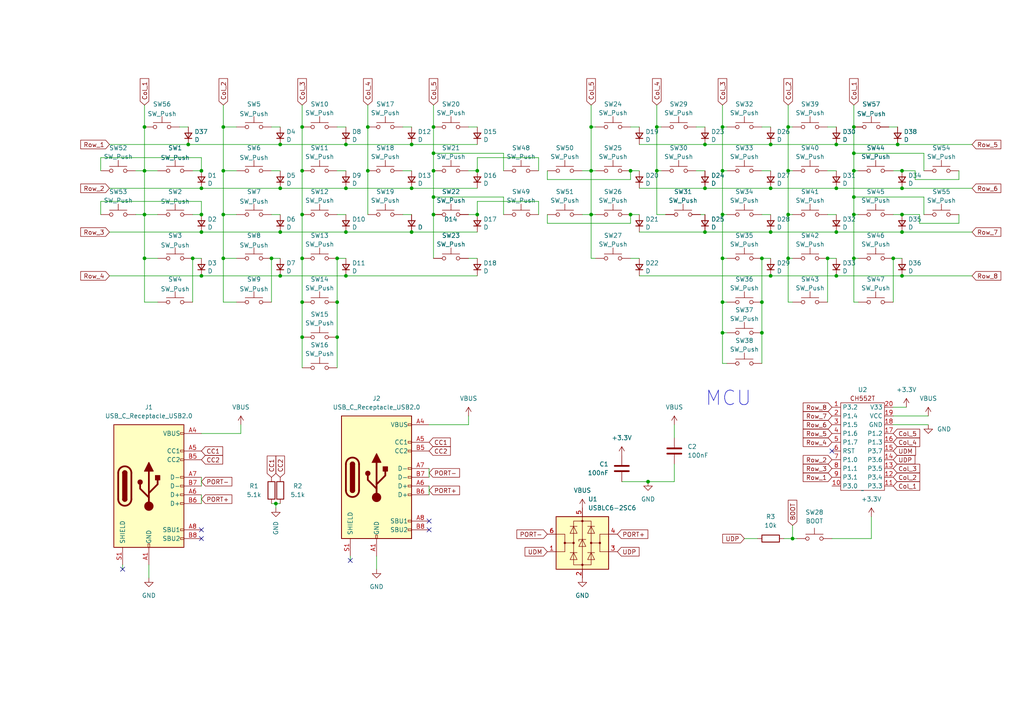
<source format=kicad_sch>
(kicad_sch (version 20230121) (generator eeschema)
  (paper "A4")
  (junction (at 229.87 156.21))
  (junction (at 41.91 36.83))
  (junction (at 228.6 74.93))
  (junction (at 81.28 67.31))
  (junction (at 87.63 62.23))
  (junction (at 54.61 41.91))
  (junction (at 259.08 74.93))
  (junction (at 261.62 62.23))
  (junction (at 190.5 49.53))
  (junction (at 119.38 41.91))
  (junction (at 171.45 36.83))
  (junction (at 247.65 49.53))
  (junction (at 138.43 62.23))
  (junction (at 106.68 49.53))
  (junction (at 41.91 62.23))
  (junction (at 97.79 87.63))
  (junction (at 81.28 54.61))
  (junction (at 125.73 36.83))
  (junction (at 204.47 67.31))
  (junction (at 81.28 80.01))
  (junction (at 204.47 54.61))
  (junction (at 204.47 41.91))
  (junction (at 223.52 41.91))
  (junction (at 100.33 67.31))
  (junction (at 64.77 36.83))
  (junction (at 247.65 62.23))
  (junction (at 220.98 74.93))
  (junction (at 242.57 54.61))
  (junction (at 209.55 36.83))
  (junction (at 261.62 49.53))
  (junction (at 228.6 62.23))
  (junction (at 223.52 67.31))
  (junction (at 187.96 139.7))
  (junction (at 138.43 49.53))
  (junction (at 242.57 67.31))
  (junction (at 87.63 87.63))
  (junction (at 78.74 74.93))
  (junction (at 223.52 54.61))
  (junction (at 228.6 49.53))
  (junction (at 261.62 67.31))
  (junction (at 209.55 87.63))
  (junction (at 247.65 44.45))
  (junction (at 119.38 67.31))
  (junction (at 209.55 49.53))
  (junction (at 171.45 49.53))
  (junction (at 87.63 36.83))
  (junction (at 87.63 49.53))
  (junction (at 125.73 57.15))
  (junction (at 106.68 36.83))
  (junction (at 100.33 41.91))
  (junction (at 55.88 74.93))
  (junction (at 87.63 97.79))
  (junction (at 58.42 54.61))
  (junction (at 209.55 74.93))
  (junction (at 220.98 87.63))
  (junction (at 81.28 41.91))
  (junction (at 190.5 36.83))
  (junction (at 125.73 49.53))
  (junction (at 247.65 36.83))
  (junction (at 97.79 74.93))
  (junction (at 247.65 57.15))
  (junction (at 119.38 54.61))
  (junction (at 64.77 62.23))
  (junction (at 240.03 74.93))
  (junction (at 261.62 54.61))
  (junction (at 182.88 62.23))
  (junction (at 209.55 96.52))
  (junction (at 100.33 80.01))
  (junction (at 64.77 74.93))
  (junction (at 41.91 49.53))
  (junction (at 41.91 74.93))
  (junction (at 125.73 62.23))
  (junction (at 58.42 67.31))
  (junction (at 64.77 49.53))
  (junction (at 228.6 36.83))
  (junction (at 260.35 41.91))
  (junction (at 58.42 62.23))
  (junction (at 87.63 74.93))
  (junction (at 209.55 62.23))
  (junction (at 125.73 44.45))
  (junction (at 100.33 54.61))
  (junction (at 261.62 80.01))
  (junction (at 220.98 96.52))
  (junction (at 247.65 74.93))
  (junction (at 171.45 62.23))
  (junction (at 80.01 146.05))
  (junction (at 58.42 49.53))
  (junction (at 182.88 49.53))
  (junction (at 58.42 80.01))
  (junction (at 97.79 97.79))
  (junction (at 242.57 41.91))
  (junction (at 223.52 80.01))
  (junction (at 242.57 80.01))
  (no_connect (at 58.42 153.67))
  (no_connect (at 241.3 130.81))
  (no_connect (at 124.46 153.67))
  (no_connect (at 58.42 156.21))
  (no_connect (at 35.56 165.1))
  (no_connect (at 101.6 162.56))
  (no_connect (at 124.46 151.13))
  (wire (pts (xy 220.98 74.93) (xy 220.98 87.63)))
  (wire (pts (xy 64.77 62.23) (xy 68.58 62.23)))
  (wire (pts (xy 158.75 52.07) (xy 182.88 52.07)))
  (wire (pts (xy 81.28 80.01) (xy 100.33 80.01)))
  (wire (pts (xy 58.42 143.51) (xy 58.42 146.05)))
  (wire (pts (xy 78.74 74.93) (xy 78.74 87.63)))
  (wire (pts (xy 247.65 44.45) (xy 267.97 44.45)))
  (wire (pts (xy 58.42 54.61) (xy 81.28 54.61)))
  (wire (pts (xy 64.77 87.63) (xy 68.58 87.63)))
  (wire (pts (xy 247.65 49.53) (xy 247.65 57.15)))
  (wire (pts (xy 41.91 74.93) (xy 41.91 87.63)))
  (wire (pts (xy 87.63 74.93) (xy 87.63 87.63)))
  (wire (pts (xy 209.55 36.83) (xy 209.55 49.53)))
  (wire (pts (xy 182.88 74.93) (xy 185.42 74.93)))
  (wire (pts (xy 55.88 74.93) (xy 58.42 74.93)))
  (wire (pts (xy 185.42 80.01) (xy 223.52 80.01)))
  (wire (pts (xy 64.77 74.93) (xy 64.77 87.63)))
  (wire (pts (xy 265.43 52.07) (xy 265.43 49.53)))
  (wire (pts (xy 97.79 74.93) (xy 97.79 87.63)))
  (wire (pts (xy 100.33 67.31) (xy 119.38 67.31)))
  (wire (pts (xy 125.73 49.53) (xy 125.73 57.15)))
  (wire (pts (xy 106.68 49.53) (xy 106.68 62.23)))
  (wire (pts (xy 261.62 54.61) (xy 281.94 54.61)))
  (wire (pts (xy 257.81 36.83) (xy 260.35 36.83)))
  (wire (pts (xy 97.79 97.79) (xy 97.79 106.68)))
  (wire (pts (xy 55.88 62.23) (xy 58.42 62.23)))
  (wire (pts (xy 259.08 49.53) (xy 261.62 49.53)))
  (wire (pts (xy 58.42 67.31) (xy 81.28 67.31)))
  (wire (pts (xy 100.33 54.61) (xy 119.38 54.61)))
  (wire (pts (xy 278.13 64.77) (xy 266.7 64.77)))
  (wire (pts (xy 87.63 30.48) (xy 87.63 36.83)))
  (wire (pts (xy 242.57 41.91) (xy 260.35 41.91)))
  (wire (pts (xy 156.21 45.72) (xy 138.43 45.72)))
  (wire (pts (xy 190.5 49.53) (xy 190.5 62.23)))
  (wire (pts (xy 156.21 62.23) (xy 156.21 58.42)))
  (wire (pts (xy 58.42 45.72) (xy 58.42 49.53)))
  (wire (pts (xy 41.91 62.23) (xy 45.72 62.23)))
  (wire (pts (xy 209.55 49.53) (xy 210.82 49.53)))
  (wire (pts (xy 119.38 67.31) (xy 138.43 67.31)))
  (wire (pts (xy 81.28 41.91) (xy 100.33 41.91)))
  (wire (pts (xy 39.37 62.23) (xy 41.91 62.23)))
  (wire (pts (xy 58.42 58.42) (xy 58.42 62.23)))
  (wire (pts (xy 80.01 146.05) (xy 81.28 146.05)))
  (wire (pts (xy 81.28 67.31) (xy 100.33 67.31)))
  (wire (pts (xy 124.46 135.89) (xy 124.46 138.43)))
  (wire (pts (xy 259.08 118.11) (xy 262.89 118.11)))
  (wire (pts (xy 247.65 44.45) (xy 247.65 49.53)))
  (wire (pts (xy 203.2 62.23) (xy 204.47 62.23)))
  (wire (pts (xy 190.5 36.83) (xy 191.77 36.83)))
  (wire (pts (xy 265.43 49.53) (xy 261.62 49.53)))
  (wire (pts (xy 228.6 62.23) (xy 228.6 74.93)))
  (wire (pts (xy 182.88 62.23) (xy 182.88 64.77)))
  (wire (pts (xy 228.6 36.83) (xy 229.87 36.83)))
  (wire (pts (xy 106.68 36.83) (xy 106.68 49.53)))
  (wire (pts (xy 138.43 58.42) (xy 138.43 62.23)))
  (wire (pts (xy 54.61 41.91) (xy 81.28 41.91)))
  (wire (pts (xy 220.98 49.53) (xy 223.52 49.53)))
  (wire (pts (xy 190.5 62.23) (xy 193.04 62.23)))
  (wire (pts (xy 168.91 49.53) (xy 171.45 49.53)))
  (wire (pts (xy 240.03 62.23) (xy 242.57 62.23)))
  (wire (pts (xy 269.24 123.19) (xy 259.08 123.19)))
  (wire (pts (xy 247.65 74.93) (xy 248.92 74.93)))
  (wire (pts (xy 55.88 49.53) (xy 58.42 49.53)))
  (wire (pts (xy 64.77 49.53) (xy 68.58 49.53)))
  (wire (pts (xy 229.87 152.4) (xy 229.87 156.21)))
  (wire (pts (xy 158.75 62.23) (xy 158.75 64.77)))
  (wire (pts (xy 240.03 36.83) (xy 242.57 36.83)))
  (wire (pts (xy 261.62 62.23) (xy 266.7 62.23)))
  (wire (pts (xy 220.98 87.63) (xy 220.98 96.52)))
  (wire (pts (xy 41.91 49.53) (xy 41.91 62.23)))
  (wire (pts (xy 227.33 156.21) (xy 229.87 156.21)))
  (wire (pts (xy 209.55 62.23) (xy 209.55 74.93)))
  (wire (pts (xy 168.91 62.23) (xy 171.45 62.23)))
  (wire (pts (xy 228.6 87.63) (xy 228.6 74.93)))
  (wire (pts (xy 41.91 49.53) (xy 45.72 49.53)))
  (wire (pts (xy 78.74 62.23) (xy 81.28 62.23)))
  (wire (pts (xy 31.75 41.91) (xy 54.61 41.91)))
  (wire (pts (xy 220.98 62.23) (xy 223.52 62.23)))
  (wire (pts (xy 41.91 87.63) (xy 45.72 87.63)))
  (wire (pts (xy 97.79 49.53) (xy 100.33 49.53)))
  (wire (pts (xy 156.21 58.42) (xy 138.43 58.42)))
  (wire (pts (xy 209.55 87.63) (xy 209.55 96.52)))
  (wire (pts (xy 190.5 30.48) (xy 190.5 36.83)))
  (wire (pts (xy 125.73 36.83) (xy 125.73 44.45)))
  (wire (pts (xy 171.45 49.53) (xy 172.72 49.53)))
  (wire (pts (xy 195.58 139.7) (xy 195.58 134.62)))
  (wire (pts (xy 209.55 96.52) (xy 209.55 105.41)))
  (wire (pts (xy 78.74 49.53) (xy 81.28 49.53)))
  (wire (pts (xy 252.73 149.86) (xy 252.73 156.21)))
  (wire (pts (xy 58.42 80.01) (xy 81.28 80.01)))
  (wire (pts (xy 41.91 74.93) (xy 45.72 74.93)))
  (wire (pts (xy 171.45 49.53) (xy 171.45 62.23)))
  (wire (pts (xy 209.55 105.41) (xy 210.82 105.41)))
  (wire (pts (xy 29.21 49.53) (xy 29.21 45.72)))
  (wire (pts (xy 185.42 41.91) (xy 204.47 41.91)))
  (wire (pts (xy 124.46 140.97) (xy 124.46 143.51)))
  (wire (pts (xy 187.96 139.7) (xy 195.58 139.7)))
  (wire (pts (xy 78.74 74.93) (xy 81.28 74.93)))
  (wire (pts (xy 260.35 41.91) (xy 281.94 41.91)))
  (wire (pts (xy 182.88 52.07) (xy 182.88 49.53)))
  (wire (pts (xy 29.21 45.72) (xy 58.42 45.72)))
  (wire (pts (xy 209.55 36.83) (xy 210.82 36.83)))
  (wire (pts (xy 125.73 57.15) (xy 125.73 62.23)))
  (wire (pts (xy 87.63 97.79) (xy 87.63 106.68)))
  (wire (pts (xy 278.13 52.07) (xy 265.43 52.07)))
  (wire (pts (xy 78.74 36.83) (xy 81.28 36.83)))
  (wire (pts (xy 259.08 120.65) (xy 269.24 120.65)))
  (wire (pts (xy 87.63 36.83) (xy 87.63 49.53)))
  (wire (pts (xy 119.38 41.91) (xy 138.43 41.91)))
  (wire (pts (xy 209.55 87.63) (xy 210.82 87.63)))
  (wire (pts (xy 220.98 74.93) (xy 223.52 74.93)))
  (wire (pts (xy 124.46 123.19) (xy 135.89 123.19)))
  (wire (pts (xy 204.47 54.61) (xy 223.52 54.61)))
  (wire (pts (xy 43.18 163.83) (xy 43.18 167.64)))
  (wire (pts (xy 31.75 80.01) (xy 58.42 80.01)))
  (wire (pts (xy 64.77 49.53) (xy 64.77 62.23)))
  (wire (pts (xy 135.89 123.19) (xy 135.89 120.65)))
  (wire (pts (xy 228.6 62.23) (xy 229.87 62.23)))
  (wire (pts (xy 240.03 74.93) (xy 242.57 74.93)))
  (wire (pts (xy 247.65 62.23) (xy 248.92 62.23)))
  (wire (pts (xy 223.52 80.01) (xy 242.57 80.01)))
  (wire (pts (xy 41.91 36.83) (xy 41.91 49.53)))
  (wire (pts (xy 228.6 30.48) (xy 228.6 36.83)))
  (wire (pts (xy 125.73 44.45) (xy 146.05 44.45)))
  (wire (pts (xy 228.6 36.83) (xy 228.6 49.53)))
  (wire (pts (xy 87.63 87.63) (xy 87.63 97.79)))
  (wire (pts (xy 146.05 57.15) (xy 146.05 62.23)))
  (wire (pts (xy 125.73 62.23) (xy 125.73 74.93)))
  (wire (pts (xy 259.08 62.23) (xy 261.62 62.23)))
  (wire (pts (xy 209.55 62.23) (xy 210.82 62.23)))
  (wire (pts (xy 69.85 125.73) (xy 69.85 123.19)))
  (wire (pts (xy 55.88 74.93) (xy 55.88 87.63)))
  (wire (pts (xy 209.55 74.93) (xy 210.82 74.93)))
  (wire (pts (xy 247.65 87.63) (xy 247.65 74.93)))
  (wire (pts (xy 119.38 54.61) (xy 138.43 54.61)))
  (wire (pts (xy 259.08 74.93) (xy 259.08 87.63)))
  (wire (pts (xy 278.13 62.23) (xy 278.13 64.77)))
  (wire (pts (xy 180.34 139.7) (xy 187.96 139.7)))
  (wire (pts (xy 242.57 54.61) (xy 261.62 54.61)))
  (wire (pts (xy 240.03 49.53) (xy 242.57 49.53)))
  (wire (pts (xy 116.84 62.23) (xy 119.38 62.23)))
  (wire (pts (xy 125.73 57.15) (xy 146.05 57.15)))
  (wire (pts (xy 106.68 30.48) (xy 106.68 36.83)))
  (wire (pts (xy 171.45 36.83) (xy 171.45 49.53)))
  (wire (pts (xy 29.21 58.42) (xy 58.42 58.42)))
  (wire (pts (xy 247.65 49.53) (xy 248.92 49.53)))
  (wire (pts (xy 204.47 41.91) (xy 223.52 41.91)))
  (wire (pts (xy 35.56 163.83) (xy 35.56 165.1)))
  (wire (pts (xy 171.45 62.23) (xy 171.45 74.93)))
  (wire (pts (xy 201.93 36.83) (xy 204.47 36.83)))
  (wire (pts (xy 125.73 30.48) (xy 125.73 36.83)))
  (wire (pts (xy 209.55 49.53) (xy 209.55 62.23)))
  (wire (pts (xy 259.08 74.93) (xy 261.62 74.93)))
  (wire (pts (xy 97.79 87.63) (xy 97.79 97.79)))
  (wire (pts (xy 87.63 49.53) (xy 87.63 62.23)))
  (wire (pts (xy 223.52 41.91) (xy 242.57 41.91)))
  (wire (pts (xy 267.97 44.45) (xy 267.97 49.53)))
  (wire (pts (xy 182.88 49.53) (xy 185.42 49.53)))
  (wire (pts (xy 261.62 80.01) (xy 281.94 80.01)))
  (wire (pts (xy 195.58 123.19) (xy 195.58 127)))
  (wire (pts (xy 185.42 54.61) (xy 204.47 54.61)))
  (wire (pts (xy 64.77 36.83) (xy 68.58 36.83)))
  (wire (pts (xy 242.57 80.01) (xy 261.62 80.01)))
  (wire (pts (xy 156.21 49.53) (xy 156.21 45.72)))
  (wire (pts (xy 223.52 67.31) (xy 242.57 67.31)))
  (wire (pts (xy 248.92 87.63) (xy 247.65 87.63)))
  (wire (pts (xy 125.73 44.45) (xy 125.73 49.53)))
  (wire (pts (xy 267.97 57.15) (xy 267.97 62.23)))
  (wire (pts (xy 241.3 156.21) (xy 252.73 156.21)))
  (wire (pts (xy 209.55 30.48) (xy 209.55 36.83)))
  (wire (pts (xy 41.91 30.48) (xy 41.91 36.83)))
  (wire (pts (xy 116.84 49.53) (xy 119.38 49.53)))
  (wire (pts (xy 247.65 57.15) (xy 267.97 57.15)))
  (wire (pts (xy 135.89 74.93) (xy 138.43 74.93)))
  (wire (pts (xy 171.45 74.93) (xy 172.72 74.93)))
  (wire (pts (xy 64.77 30.48) (xy 64.77 36.83)))
  (wire (pts (xy 228.6 49.53) (xy 229.87 49.53)))
  (wire (pts (xy 109.22 161.29) (xy 109.22 165.1)))
  (wire (pts (xy 228.6 49.53) (xy 228.6 62.23)))
  (wire (pts (xy 229.87 87.63) (xy 228.6 87.63)))
  (wire (pts (xy 261.62 67.31) (xy 281.94 67.31)))
  (wire (pts (xy 171.45 36.83) (xy 172.72 36.83)))
  (wire (pts (xy 190.5 36.83) (xy 190.5 49.53)))
  (wire (pts (xy 135.89 62.23) (xy 138.43 62.23)))
  (wire (pts (xy 220.98 96.52) (xy 220.98 105.41)))
  (wire (pts (xy 138.43 45.72) (xy 138.43 49.53)))
  (wire (pts (xy 29.21 62.23) (xy 29.21 58.42)))
  (wire (pts (xy 247.65 36.83) (xy 247.65 44.45)))
  (wire (pts (xy 204.47 67.31) (xy 223.52 67.31)))
  (wire (pts (xy 158.75 49.53) (xy 158.75 52.07)))
  (wire (pts (xy 101.6 161.29) (xy 101.6 162.56)))
  (wire (pts (xy 182.88 62.23) (xy 185.42 62.23)))
  (wire (pts (xy 81.28 54.61) (xy 100.33 54.61)))
  (wire (pts (xy 185.42 67.31) (xy 204.47 67.31)))
  (wire (pts (xy 240.03 74.93) (xy 240.03 87.63)))
  (wire (pts (xy 220.98 36.83) (xy 223.52 36.83)))
  (wire (pts (xy 209.55 74.93) (xy 209.55 87.63)))
  (wire (pts (xy 58.42 138.43) (xy 58.42 140.97)))
  (wire (pts (xy 31.75 67.31) (xy 58.42 67.31)))
  (wire (pts (xy 247.65 62.23) (xy 247.65 74.93)))
  (wire (pts (xy 215.9 156.21) (xy 219.71 156.21)))
  (wire (pts (xy 31.75 54.61) (xy 58.42 54.61)))
  (wire (pts (xy 146.05 44.45) (xy 146.05 49.53)))
  (wire (pts (xy 87.63 62.23) (xy 87.63 74.93)))
  (wire (pts (xy 171.45 30.48) (xy 171.45 36.83)))
  (wire (pts (xy 201.93 49.53) (xy 204.47 49.53)))
  (wire (pts (xy 64.77 36.83) (xy 64.77 49.53)))
  (wire (pts (xy 78.74 146.05) (xy 80.01 146.05)))
  (wire (pts (xy 209.55 96.52) (xy 210.82 96.52)))
  (wire (pts (xy 41.91 62.23) (xy 41.91 74.93)))
  (wire (pts (xy 58.42 125.73) (xy 69.85 125.73)))
  (wire (pts (xy 80.01 146.05) (xy 80.01 147.32)))
  (wire (pts (xy 171.45 62.23) (xy 172.72 62.23)))
  (wire (pts (xy 278.13 49.53) (xy 278.13 52.07)))
  (wire (pts (xy 100.33 41.91) (xy 119.38 41.91)))
  (wire (pts (xy 223.52 54.61) (xy 242.57 54.61)))
  (wire (pts (xy 242.57 67.31) (xy 261.62 67.31)))
  (wire (pts (xy 97.79 36.83) (xy 100.33 36.83)))
  (wire (pts (xy 135.89 49.53) (xy 138.43 49.53)))
  (wire (pts (xy 158.75 64.77) (xy 182.88 64.77)))
  (wire (pts (xy 247.65 57.15) (xy 247.65 62.23)))
  (wire (pts (xy 266.7 64.77) (xy 266.7 62.23)))
  (wire (pts (xy 39.37 49.53) (xy 41.91 49.53)))
  (wire (pts (xy 100.33 80.01) (xy 138.43 80.01)))
  (wire (pts (xy 64.77 62.23) (xy 64.77 74.93)))
  (wire (pts (xy 116.84 36.83) (xy 119.38 36.83)))
  (wire (pts (xy 135.89 36.83) (xy 138.43 36.83)))
  (wire (pts (xy 97.79 74.93) (xy 100.33 74.93)))
  (wire (pts (xy 247.65 30.48) (xy 247.65 36.83)))
  (wire (pts (xy 190.5 49.53) (xy 191.77 49.53)))
  (wire (pts (xy 97.79 62.23) (xy 100.33 62.23)))
  (wire (pts (xy 228.6 74.93) (xy 229.87 74.93)))
  (wire (pts (xy 229.87 156.21) (xy 231.14 156.21)))
  (wire (pts (xy 52.07 36.83) (xy 54.61 36.83)))
  (wire (pts (xy 182.88 36.83) (xy 185.42 36.83)))
  (wire (pts (xy 64.77 74.93) (xy 68.58 74.93)))
  (text "MCU" (at 204.47 118.11 0) (effects (font (size 4.2 4.2)) (justify left bottom)))
  (global_label "CC1" (shape input) (at 78.74 138.43 90) (property "Intersheetrefs" "${INTERSHEET_REFS}" (effects hide)))
  (global_label "Col_1" (shape input) (at 259.08 140.97 0) (property "Intersheetrefs" "${INTERSHEET_REFS}" (effects hide)))
  (global_label "CC2" (shape input) (at 81.28 138.43 90) (property "Intersheetrefs" "${INTERSHEET_REFS}" (effects hide)))
  (global_label "Col_4" (shape input) (at 106.68 30.48 90) (property "Intersheetrefs" "${INTERSHEET_REFS}" (effects hide)))
  (global_label "Row_7" (shape input) (at 241.3 120.65 180) (property "Intersheetrefs" "${INTERSHEET_REFS}" (effects hide)))
  (global_label "Row_3" (shape input) (at 31.75 67.31 180) (property "Intersheetrefs" "${INTERSHEET_REFS}" (effects hide)))
  (global_label "Row_6" (shape input) (at 241.3 123.19 180) (property "Intersheetrefs" "${INTERSHEET_REFS}" (effects hide)))
  (global_label "PORT+" (shape input) (at 58.42 144.78 0) (property "Intersheetrefs" "${INTERSHEET_REFS}" (effects hide)))
  (global_label "PORT+" (shape input) (at 124.46 142.24 0) (property "Intersheetrefs" "${INTERSHEET_REFS}" (effects hide)))
  (global_label "UDM" (shape input) (at 259.08 130.81 0) (property "Intersheetrefs" "${INTERSHEET_REFS}" (effects hide)))
  (global_label "Row_1" (shape input) (at 31.75 41.91 180) (property "Intersheetrefs" "${INTERSHEET_REFS}" (effects hide)))
  (global_label "Col_4" (shape input) (at 190.5 30.48 90) (property "Intersheetrefs" "${INTERSHEET_REFS}" (effects hide)))
  (global_label "UDP" (shape input) (at 179.07 160.02 0) (property "Intersheetrefs" "${INTERSHEET_REFS}" (effects hide)))
  (global_label "Row_5" (shape input) (at 281.94 41.91 0) (property "Intersheetrefs" "${INTERSHEET_REFS}" (effects hide)))
  (global_label "PORT+" (shape input) (at 179.07 154.94 0) (property "Intersheetrefs" "${INTERSHEET_REFS}" (effects hide)))
  (global_label "Row_2" (shape input) (at 241.3 133.35 180) (property "Intersheetrefs" "${INTERSHEET_REFS}" (effects hide)))
  (global_label "PORT-" (shape input) (at 158.75 154.94 180) (property "Intersheetrefs" "${INTERSHEET_REFS}" (effects hide)))
  (global_label "Row_5" (shape input) (at 241.3 125.73 180) (property "Intersheetrefs" "${INTERSHEET_REFS}" (effects hide)))
  (global_label "Row_4" (shape input) (at 241.3 128.27 180) (property "Intersheetrefs" "${INTERSHEET_REFS}" (effects hide)))
  (global_label "Col_3" (shape input) (at 87.63 30.48 90) (property "Intersheetrefs" "${INTERSHEET_REFS}" (effects hide)))
  (global_label "Row_7" (shape input) (at 281.94 67.31 0) (property "Intersheetrefs" "${INTERSHEET_REFS}" (effects hide)))
  (global_label "PORT-" (shape input) (at 58.42 139.7 0) (property "Intersheetrefs" "${INTERSHEET_REFS}" (effects hide)))
  (global_label "UDM" (shape input) (at 158.75 160.02 180) (property "Intersheetrefs" "${INTERSHEET_REFS}" (effects hide)))
  (global_label "Col_3" (shape input) (at 209.55 30.48 90) (property "Intersheetrefs" "${INTERSHEET_REFS}" (effects hide)))
  (global_label "Row_1" (shape input) (at 241.3 138.43 180) (property "Intersheetrefs" "${INTERSHEET_REFS}" (effects hide)))
  (global_label "Col_1" (shape input) (at 41.91 30.48 90) (property "Intersheetrefs" "${INTERSHEET_REFS}" (effects hide)))
  (global_label "UDP" (shape input) (at 215.9 156.21 180) (property "Intersheetrefs" "${INTERSHEET_REFS}" (effects hide)))
  (global_label "Col_5" (shape input) (at 259.08 125.73 0) (property "Intersheetrefs" "${INTERSHEET_REFS}" (effects hide)))
  (global_label "CC2" (shape input) (at 124.46 130.81 0) (property "Intersheetrefs" "${INTERSHEET_REFS}" (effects hide)))
  (global_label "Col_2" (shape input) (at 259.08 138.43 0) (property "Intersheetrefs" "${INTERSHEET_REFS}" (effects hide)))
  (global_label "Col_4" (shape input) (at 259.08 128.27 0) (property "Intersheetrefs" "${INTERSHEET_REFS}" (effects hide)))
  (global_label "Col_5" (shape input) (at 125.73 30.48 90) (property "Intersheetrefs" "${INTERSHEET_REFS}" (effects hide)))
  (global_label "PORT-" (shape input) (at 124.46 137.16 0) (property "Intersheetrefs" "${INTERSHEET_REFS}" (effects hide)))
  (global_label "Col_5" (shape input) (at 171.45 30.48 90) (property "Intersheetrefs" "${INTERSHEET_REFS}" (effects hide)))
  (global_label "Col_2" (shape input) (at 228.6 30.48 90) (property "Intersheetrefs" "${INTERSHEET_REFS}" (effects hide)))
  (global_label "Col_2" (shape input) (at 64.77 30.48 90) (property "Intersheetrefs" "${INTERSHEET_REFS}" (effects hide)))
  (global_label "Row_4" (shape input) (at 31.75 80.01 180) (property "Intersheetrefs" "${INTERSHEET_REFS}" (effects hide)))
  (global_label "UDP" (shape input) (at 259.08 133.35 0) (property "Intersheetrefs" "${INTERSHEET_REFS}" (effects hide)))
  (global_label "Row_3" (shape input) (at 241.3 135.89 180) (property "Intersheetrefs" "${INTERSHEET_REFS}" (effects hide)))
  (global_label "BOOT" (shape input) (at 229.87 152.4 90) (property "Intersheetrefs" "${INTERSHEET_REFS}" (effects hide)))
  (global_label "Row_8" (shape input) (at 241.3 118.11 180) (property "Intersheetrefs" "${INTERSHEET_REFS}" (effects hide)))
  (global_label "CC1" (shape input) (at 124.46 128.27 0) (property "Intersheetrefs" "${INTERSHEET_REFS}" (effects hide)))
  (global_label "Row_6" (shape input) (at 281.94 54.61 0) (property "Intersheetrefs" "${INTERSHEET_REFS}" (effects hide)))
  (global_label "CC1" (shape input) (at 58.42 130.81 0) (property "Intersheetrefs" "${INTERSHEET_REFS}" (effects hide)))
  (global_label "Row_8" (shape input) (at 281.94 80.01 0) (property "Intersheetrefs" "${INTERSHEET_REFS}" (effects hide)))
  (global_label "CC2" (shape input) (at 58.42 133.35 0) (property "Intersheetrefs" "${INTERSHEET_REFS}" (effects hide)))
  (global_label "Row_2" (shape input) (at 31.75 54.61 180) (property "Intersheetrefs" "${INTERSHEET_REFS}" (effects hide)))
  (global_label "Col_3" (shape input) (at 259.08 135.89 0) (property "Intersheetrefs" "${INTERSHEET_REFS}" (effects hide)))
  (global_label "Col_1" (shape input) (at 247.65 30.48 90) (property "Intersheetrefs" "${INTERSHEET_REFS}" (effects hide)))
  (symbol (lib_id "Switch:SW_Push") (at 215.9 62.23 0) (unit 1)
    (property "Reference" "SW34" (at 215.9 55.6092 0))
    (property "Value" "SW_Push" (at 215.9 58.1461 0))
    (property "Footprint" "weteor:CherryMX_Hotswap_3d" (effects hide))
  )
  (symbol (lib_id "Device:D_Small") (at 204.47 52.07 90) (unit 1)
    (property "Reference" "D24" (at 206.248 50.9016 90) (effects (justify right)))
    (property "Value" "D" (at 206.248 53.213 90) (effects (justify right)))
    (property "Footprint" "weteor:D_SOD-123" (effects hide))
    (property "Sim.Device" "D" (effects hide))
    (property "Sim.Pins" "1=K 2=A" (effects hide))
  )
  (symbol (lib_id "power:+3.3V") (at 262.89 118.11 0) (unit 1)
    (property "Reference" "#PWR010" (effects hide))
    (property "Value" "+3.3V" (at 262.89 113.03 0))
  )
  (symbol (lib_id "Device:D_Small") (at 54.61 39.37 90) (unit 1)
    (property "Reference" "D37" (at 56.388 38.2016 90) (effects (justify right)))
    (property "Value" "D" (at 56.388 40.513 90) (effects (justify right)))
    (property "Footprint" "weteor:D_SOD-123" (effects hide))
    (property "Sim.Device" "D" (effects hide))
    (property "Sim.Pins" "1=K 2=A" (effects hide))
  )
  (symbol (lib_id "Switch:SW_Push") (at 50.8 74.93 0) (unit 1)
    (property "Reference" "SW3" (at 50.8 68.3092 0))
    (property "Value" "SW_Push" (at 50.8 71.12 0))
    (property "Footprint" "weteor:CherryMX_Hotswap_3d" (effects hide))
  )
  (symbol (lib_id "Switch:SW_Push") (at 234.95 87.63 0) (unit 1)
    (property "Reference" "SW43" (at 234.95 81.0092 0))
    (property "Value" "SW_Push" (at 234.95 83.5461 0))
    (property "Footprint" "weteor:CherryMX_Hotswap_3d" (effects hide))
  )
  (symbol (lib_id "power:+3.3V") (at 180.34 132.08 0) (mirror y) (unit 1)
    (property "Reference" "#PWR06" (effects hide))
    (property "Value" "+3.3V" (at 180.34 127 0))
  )
  (symbol (lib_id "Connector:USB_C_Receptacle_USB2.0") (at 109.22 138.43 0) (unit 1)
    (property "Reference" "J2" (at 109.22 115.57 0))
    (property "Value" "USB_C_Receptacle_USB2.0" (at 109.22 118.11 0))
    (property "Footprint" "weteor:USB C-31-M-12" (effects hide))
    (property "Datasheet" "https://www.usb.org/sites/default/files/documents/usb_type-c.zip" (effects hide))
  )
  (symbol (lib_id "Switch:SW_Push") (at 46.99 36.83 0) (unit 1)
    (property "Reference" "SW56" (at 46.99 30.2092 0))
    (property "Value" "SW_Push" (at 46.99 33.02 0))
    (property "Footprint" "weteor:CherryMX_Hotswap_3d" (effects hide))
  )
  (symbol (lib_id "Device:D_Small") (at 185.42 39.37 90) (unit 1)
    (property "Reference" "D19" (at 187.198 38.2016 90) (effects (justify right)))
    (property "Value" "D" (at 187.198 40.513 90) (effects (justify right)))
    (property "Footprint" "weteor:D_SOD-123" (effects hide))
    (property "Sim.Device" "D" (effects hide))
    (property "Sim.Pins" "1=K 2=A" (effects hide))
  )
  (symbol (lib_id "Device:D_Small") (at 81.28 64.77 90) (unit 1)
    (property "Reference" "D6" (at 83.058 63.6016 90) (effects (justify right)))
    (property "Value" "D" (at 83.058 65.913 90) (effects (justify right)))
    (property "Footprint" "weteor:D_SOD-123" (effects hide))
    (property "Sim.Device" "D" (effects hide))
    (property "Sim.Pins" "1=K 2=A" (effects hide))
  )
  (symbol (lib_id "Switch:SW_Push") (at 215.9 36.83 0) (unit 1)
    (property "Reference" "SW32" (at 215.9 30.2092 0))
    (property "Value" "SW_Push" (at 215.9 32.7461 0))
    (property "Footprint" "weteor:CherryMX_Hotswap_3d" (effects hide))
  )
  (symbol (lib_id "apfel:mcu_ch552t_tssop-20") (at 250.19 129.54 0) (unit 1)
    (property "Reference" "U2" (at 250.19 113.03 0))
    (property "Value" "~" (at 250.19 142.24 0))
    (property "Footprint" "Package_SO:TSSOP-20_4.4x6.5mm_P0.65mm" (effects hide))
    (property "JLCPCB_CORRECTION" "0; 0; 270" (effects hide))
    (property "LCSC" "C111367" (effects hide))
  )
  (symbol (lib_id "Device:D_Small") (at 242.57 52.07 90) (unit 1)
    (property "Reference" "D31" (at 244.348 50.9016 90) (effects (justify right)))
    (property "Value" "D" (at 244.348 53.213 90) (effects (justify right)))
    (property "Footprint" "weteor:D_SOD-123" (effects hide))
    (property "Sim.Device" "D" (effects hide))
    (property "Sim.Pins" "1=K 2=A" (effects hide))
  )
  (symbol (lib_id "Device:D_Small") (at 81.28 39.37 90) (unit 1)
    (property "Reference" "D4" (at 83.058 38.2016 90) (effects (justify right)))
    (property "Value" "D" (at 83.058 40.513 90) (effects (justify right)))
    (property "Footprint" "weteor:D_SOD-123" (effects hide))
    (property "Sim.Device" "D" (effects hide))
    (property "Sim.Pins" "1=K 2=A" (effects hide))
  )
  (symbol (lib_id "Device:D_Small") (at 223.52 39.37 90) (unit 1)
    (property "Reference" "D26" (at 225.298 38.2016 90) (effects (justify right)))
    (property "Value" "D" (at 225.298 40.513 90) (effects (justify right)))
    (property "Footprint" "weteor:D_SOD-123" (effects hide))
    (property "Sim.Device" "D" (effects hide))
    (property "Sim.Pins" "1=K 2=A" (effects hide))
  )
  (symbol (lib_id "Device:R") (at 81.28 142.24 0) (mirror y) (unit 1)
    (property "Reference" "R2" (at 86.36 140.97 0))
    (property "Value" "5.1k" (at 86.36 143.51 0))
    (property "Footprint" "weteor:R_0603_HandSolder" (effects hide))
  )
  (symbol (lib_id "Switch:SW_Push") (at 252.73 36.83 0) (unit 1)
    (property "Reference" "SW57" (at 252.73 30.2092 0))
    (property "Value" "SW_Push" (at 252.73 33.02 0))
    (property "Footprint" "weteor:CherryMX_Hotswap_3d" (effects hide))
  )
  (symbol (lib_id "Switch:SW_Push") (at 234.95 36.83 0) (unit 1)
    (property "Reference" "SW39" (at 234.95 30.2092 0))
    (property "Value" "SW_Push" (at 234.95 32.7461 0))
    (property "Footprint" "weteor:CherryMX_Hotswap_3d" (effects hide))
  )
  (symbol (lib_id "Switch:SW_Push") (at 73.66 87.63 0) (unit 1)
    (property "Reference" "SW9" (at 73.66 81.0092 0))
    (property "Value" "SW_Push" (at 73.66 83.82 0))
    (property "Footprint" "weteor:CherryMX_Hotswap_3d" (effects hide))
  )
  (symbol (lib_id "Power_Protection:USBLC6-2SC6") (at 168.91 157.48 0) (unit 1)
    (property "Reference" "U1" (at 170.5611 144.78 0) (effects (justify left)))
    (property "Value" "USBLC6-2SC6" (at 170.5611 147.32 0) (effects (justify left)))
    (property "Footprint" "Package_TO_SOT_SMD:SOT-23-6" (effects hide))
    (property "Datasheet" "https://www.st.com/resource/en/datasheet/usblc6-2.pdf" (effects hide))
    (property "JLCPCB_CORRECTION" "0; 0; 270" (effects hide))
    (property "LCSC" "C2687116" (effects hide))
  )
  (symbol (lib_id "Switch:SW_Push") (at 73.66 49.53 0) (unit 1)
    (property "Reference" "SW6" (at 73.66 42.9092 0))
    (property "Value" "SW_Push" (at 73.66 45.72 0))
    (property "Footprint" "weteor:CherryMX_Hotswap_3d" (effects hide))
  )
  (symbol (lib_id "Switch:SW_Push") (at 34.29 62.23 0) (unit 1)
    (property "Reference" "SW53" (at 34.29 55.6092 0))
    (property "Value" "SW_Push" (at 34.29 58.1461 0))
    (property "Footprint" "weteor:CherryMX_Hotswap_1.5u" (effects hide))
  )
  (symbol (lib_id "Device:D_Small") (at 185.42 52.07 90) (unit 1)
    (property "Reference" "D20" (at 187.198 50.9016 90) (effects (justify right)))
    (property "Value" "D" (at 187.198 53.213 90) (effects (justify right)))
    (property "Footprint" "weteor:D_SOD-123" (effects hide))
    (property "Sim.Device" "D" (effects hide))
    (property "Sim.Pins" "1=K 2=A" (effects hide))
  )
  (symbol (lib_id "power:GND") (at 269.24 123.19 0) (unit 1)
    (property "Reference" "#PWR012" (effects hide))
    (property "Value" "GND" (at 271.78 124.46 0) (effects (justify left)))
  )
  (symbol (lib_id "Switch:SW_Push") (at 50.8 62.23 0) (unit 1)
    (property "Reference" "SW2" (at 50.8 55.6092 0))
    (property "Value" "SW_Push" (at 50.8 58.42 0))
    (property "Footprint" "weteor:CherryMX_Hotswap_3d" (effects hide))
  )
  (symbol (lib_id "Device:D_Small") (at 100.33 39.37 90) (unit 1)
    (property "Reference" "D8" (at 102.108 38.2016 90) (effects (justify right)))
    (property "Value" "D" (at 102.108 40.513 90) (effects (justify right)))
    (property "Footprint" "weteor:D_SOD-123" (effects hide))
    (property "Sim.Device" "D" (effects hide))
    (property "Sim.Pins" "1=K 2=A" (effects hide))
  )
  (symbol (lib_id "Switch:SW_Push") (at 254 74.93 0) (unit 1)
    (property "Reference" "SW46" (at 254 68.3092 0))
    (property "Value" "SW_Push" (at 254 70.8461 0))
    (property "Footprint" "weteor:CherryMX_Hotswap_3d" (effects hide))
  )
  (symbol (lib_id "Device:D_Small") (at 119.38 39.37 90) (unit 1)
    (property "Reference" "D12" (at 121.158 38.2016 90) (effects (justify right)))
    (property "Value" "D" (at 121.158 40.513 90) (effects (justify right)))
    (property "Footprint" "weteor:D_SOD-123" (effects hide))
    (property "Sim.Device" "D" (effects hide))
    (property "Sim.Pins" "1=K 2=A" (effects hide))
  )
  (symbol (lib_id "Device:D_Small") (at 242.57 39.37 90) (unit 1)
    (property "Reference" "D30" (at 244.348 38.2016 90) (effects (justify right)))
    (property "Value" "D" (at 244.348 40.513 90) (effects (justify right)))
    (property "Footprint" "weteor:D_SOD-123" (effects hide))
    (property "Sim.Device" "D" (effects hide))
    (property "Sim.Pins" "1=K 2=A" (effects hide))
  )
  (symbol (lib_id "Device:D_Small") (at 138.43 39.37 90) (unit 1)
    (property "Reference" "D15" (at 140.208 38.2016 90) (effects (justify right)))
    (property "Value" "D" (at 140.208 40.513 90) (effects (justify right)))
    (property "Footprint" "weteor:D_SOD-123" (effects hide))
    (property "Sim.Device" "D" (effects hide))
    (property "Sim.Pins" "1=K 2=A" (effects hide))
  )
  (symbol (lib_id "Device:D_Small") (at 223.52 52.07 90) (unit 1)
    (property "Reference" "D27" (at 225.298 50.9016 90) (effects (justify right)))
    (property "Value" "D" (at 225.298 53.213 90) (effects (justify right)))
    (property "Footprint" "weteor:D_SOD-123" (effects hide))
    (property "Sim.Device" "D" (effects hide))
    (property "Sim.Pins" "1=K 2=A" (effects hide))
  )
  (symbol (lib_id "Switch:SW_Push") (at 177.8 74.93 0) (unit 1)
    (property "Reference" "SW27" (at 177.8 68.3092 0))
    (property "Value" "SW_Push" (at 177.8 70.8461 0))
    (property "Footprint" "weteor:CherryMX_Hotswap_1.75u_3d" (effects hide))
  )
  (symbol (lib_id "Switch:SW_Push") (at 254 49.53 0) (unit 1)
    (property "Reference" "SW44" (at 254 42.9092 0))
    (property "Value" "SW_Push" (at 254 45.4461 0))
    (property "Footprint" "weteor:CherryMX_Hotswap_3d" (effects hide))
  )
  (symbol (lib_id "Switch:SW_Push") (at 234.95 74.93 0) (unit 1)
    (property "Reference" "SW42" (at 234.95 68.3092 0))
    (property "Value" "SW_Push" (at 234.95 70.8461 0))
    (property "Footprint" "weteor:CherryMX_Hotswap_3d" (effects hide))
  )
  (symbol (lib_id "Switch:SW_Push") (at 130.81 36.83 0) (unit 1)
    (property "Reference" "SW20" (at 130.81 30.2092 0))
    (property "Value" "SW_Push" (at 130.81 32.7461 0))
    (property "Footprint" "weteor:CherryMX_Hotswap_3d" (effects hide))
  )
  (symbol (lib_id "Switch:SW_Push") (at 50.8 49.53 0) (unit 1)
    (property "Reference" "SW1" (at 50.8 42.9092 0))
    (property "Value" "SW_Push" (at 50.8 45.72 0))
    (property "Footprint" "weteor:CherryMX_Hotswap_3d" (effects hide))
  )
  (symbol (lib_id "Switch:SW_Push") (at 130.81 49.53 0) (unit 1)
    (property "Reference" "SW21" (at 130.81 42.9092 0))
    (property "Value" "SW_Push" (at 130.81 45.4461 0))
    (property "Footprint" "weteor:CherryMX_Hotswap_3d" (effects hide))
  )
  (symbol (lib_id "Switch:SW_Push") (at 215.9 96.52 0) (unit 1)
    (property "Reference" "SW37" (at 215.9 89.8992 0))
    (property "Value" "SW_Push" (at 215.9 92.4361 0))
    (property "Footprint" "weteor:CherryMX_Hotswap_3d" (effects hide))
  )
  (symbol (lib_id "power:GND") (at 80.01 147.32 0) (mirror y) (unit 1)
    (property "Reference" "#PWR03" (effects hide))
    (property "Value" "GND" (at 80.01 151.13 90) (effects (justify right)))
  )
  (symbol (lib_id "Device:D_Small") (at 100.33 52.07 90) (unit 1)
    (property "Reference" "D9" (at 102.108 50.9016 90) (effects (justify right)))
    (property "Value" "D" (at 102.108 53.213 90) (effects (justify right)))
    (property "Footprint" "weteor:D_SOD-123" (effects hide))
    (property "Sim.Device" "D" (effects hide))
    (property "Sim.Pins" "1=K 2=A" (effects hide))
  )
  (symbol (lib_id "Device:R") (at 78.74 142.24 0) (mirror y) (unit 1)
    (property "Reference" "R1" (at 73.66 140.97 0))
    (property "Value" "5.1k" (at 73.66 143.51 0))
    (property "Footprint" "weteor:R_0603_HandSolder" (effects hide))
  )
  (symbol (lib_id "Switch:SW_Push") (at 273.05 62.23 0) (unit 1)
    (property "Reference" "SW55" (at 273.05 55.6092 0))
    (property "Value" "SW_Push" (at 273.05 58.1461 0))
    (property "Footprint" "weteor:CherryMX_Hotswap_1.5u" (effects hide))
  )
  (symbol (lib_id "Switch:SW_Push") (at 215.9 105.41 0) (unit 1)
    (property "Reference" "SW38" (at 215.9 98.7892 0))
    (property "Value" "SW_Push" (at 215.9 101.3261 0))
    (property "Footprint" "weteor:CherryMX_Hotswap_1.25u" (effects hide))
  )
  (symbol (lib_id "Switch:SW_Push") (at 92.71 49.53 0) (unit 1)
    (property "Reference" "SW11" (at 92.71 42.9092 0))
    (property "Value" "SW_Push" (at 92.71 45.4461 0))
    (property "Footprint" "weteor:CherryMX_Hotswap_3d" (effects hide))
  )
  (symbol (lib_id "Switch:SW_Push") (at 34.29 49.53 0) (unit 1)
    (property "Reference" "SW52" (at 34.29 42.9092 0))
    (property "Value" "SW_Push" (at 34.29 45.4461 0))
    (property "Footprint" "weteor:CherryMX_Hotswap_1.5u" (effects hide))
  )
  (symbol (lib_id "Switch:SW_Push") (at 254 87.63 0) (unit 1)
    (property "Reference" "SW47" (at 254 81.0092 0))
    (property "Value" "SW_Push" (at 254 83.5461 0))
    (property "Footprint" "weteor:CherryMX_Hotswap_3d" (effects hide))
  )
  (symbol (lib_id "Switch:SW_Push") (at 215.9 49.53 0) (unit 1)
    (property "Reference" "SW33" (at 215.9 42.9092 0))
    (property "Value" "SW_Push" (at 215.9 45.4461 0))
    (property "Footprint" "weteor:CherryMX_Hotswap_3d" (effects hide))
  )
  (symbol (lib_id "Device:D_Small") (at 223.52 64.77 90) (unit 1)
    (property "Reference" "D28" (at 225.298 63.6016 90) (effects (justify right)))
    (property "Value" "D" (at 225.298 65.913 90) (effects (justify right)))
    (property "Footprint" "weteor:D_SOD-123" (effects hide))
    (property "Sim.Device" "D" (effects hide))
    (property "Sim.Pins" "1=K 2=A" (effects hide))
  )
  (symbol (lib_id "Device:D_Small") (at 81.28 77.47 90) (unit 1)
    (property "Reference" "D7" (at 83.058 76.3016 90) (effects (justify right)))
    (property "Value" "D" (at 83.058 78.613 90) (effects (justify right)))
    (property "Footprint" "weteor:D_SOD-123" (effects hide))
    (property "Sim.Device" "D" (effects hide))
    (property "Sim.Pins" "1=K 2=A" (effects hide))
  )
  (symbol (lib_id "Device:D_Small") (at 58.42 77.47 90) (unit 1)
    (property "Reference" "D3" (at 60.198 76.3016 90) (effects (justify right)))
    (property "Value" "D" (at 60.198 78.613 90) (effects (justify right)))
    (property "Footprint" "weteor:D_SOD-123" (effects hide))
    (property "Sim.Device" "D" (effects hide))
    (property "Sim.Pins" "1=K 2=A" (effects hide))
  )
  (symbol (lib_id "power:VBUS") (at 195.58 123.19 0) (unit 1)
    (property "Reference" "#PWR08" (effects hide))
    (property "Value" "VBUS" (at 195.58 118.11 0))
  )
  (symbol (lib_id "Device:D_Small") (at 223.52 77.47 90) (unit 1)
    (property "Reference" "D29" (at 225.298 76.3016 90) (effects (justify right)))
    (property "Value" "D" (at 225.298 78.613 90) (effects (justify right)))
    (property "Footprint" "weteor:D_SOD-123" (effects hide))
    (property "Sim.Device" "D" (effects hide))
    (property "Sim.Pins" "1=K 2=A" (effects hide))
  )
  (symbol (lib_id "Switch:SW_Push") (at 92.71 97.79 0) (unit 1)
    (property "Reference" "SW15" (at 92.71 91.1692 0))
    (property "Value" "SW_Push" (at 92.71 93.7061 0))
    (property "Footprint" "weteor:CherryMX_Hotswap_3d" (effects hide))
  )
  (symbol (lib_id "Device:D_Small") (at 242.57 77.47 90) (unit 1)
    (property "Reference" "D33" (at 244.348 76.3016 90) (effects (justify right)))
    (property "Value" "D" (at 244.348 78.613 90) (effects (justify right)))
    (property "Footprint" "weteor:D_SOD-123" (effects hide))
    (property "Sim.Device" "D" (effects hide))
    (property "Sim.Pins" "1=K 2=A" (effects hide))
  )
  (symbol (lib_id "Device:D_Small") (at 81.28 52.07 90) (unit 1)
    (property "Reference" "D5" (at 83.058 50.9016 90) (effects (justify right)))
    (property "Value" "D" (at 83.058 53.213 90) (effects (justify right)))
    (property "Footprint" "weteor:D_SOD-123" (effects hide))
    (property "Sim.Device" "D" (effects hide))
    (property "Sim.Pins" "1=K 2=A" (effects hide))
  )
  (symbol (lib_id "power:GND") (at 43.18 167.64 0) (unit 1)
    (property "Reference" "#PWR01" (effects hide))
    (property "Value" "GND" (at 43.18 172.72 0))
  )
  (symbol (lib_id "Device:D_Small") (at 119.38 64.77 90) (unit 1)
    (property "Reference" "D14" (at 128.778 63.6016 90) (effects (justify right)))
    (property "Value" "D" (at 121.158 65.913 90) (effects (justify right)))
    (property "Footprint" "weteor:D_SOD-123" (effects hide))
    (property "Sim.Device" "D" (effects hide))
    (property "Sim.Pins" "1=K 2=A" (effects hide))
  )
  (symbol (lib_id "Switch:SW_Push") (at 92.71 74.93 0) (unit 1)
    (property "Reference" "SW13" (at 92.71 68.3092 0))
    (property "Value" "SW_Push" (at 92.71 70.8461 0))
    (property "Footprint" "weteor:CherryMX_Hotswap_3d" (effects hide))
  )
  (symbol (lib_id "Connector:USB_C_Receptacle_USB2.0") (at 43.18 140.97 0) (unit 1)
    (property "Reference" "J1" (at 43.18 118.11 0))
    (property "Value" "USB_C_Receptacle_USB2.0" (at 43.18 120.65 0))
    (property "Footprint" "weteor:USB C-31-M-12" (effects hide))
    (property "Datasheet" "https://www.usb.org/sites/default/files/documents/usb_type-c.zip" (effects hide))
  )
  (symbol (lib_id "power:GND") (at 109.22 165.1 0) (unit 1)
    (property "Reference" "#PWR013" (effects hide))
    (property "Value" "GND" (at 109.22 170.18 0))
  )
  (symbol (lib_id "power:VBUS") (at 69.85 123.19 0) (unit 1)
    (property "Reference" "#PWR02" (effects hide))
    (property "Value" "VBUS" (at 69.85 118.11 0))
  )
  (symbol (lib_id "Device:D_Small") (at 58.42 64.77 90) (unit 1)
    (property "Reference" "D2" (at 60.198 63.6016 90) (effects (justify right)))
    (property "Value" "D" (at 60.198 65.913 90) (effects (justify right)))
    (property "Footprint" "weteor:D_SOD-123" (effects hide))
    (property "Sim.Device" "D" (effects hide))
    (property "Sim.Pins" "1=K 2=A" (effects hide))
  )
  (symbol (lib_id "power:GND") (at 187.96 139.7 0) (unit 1)
    (property "Reference" "#PWR07" (effects hide))
    (property "Value" "GND" (at 187.96 144.78 0))
  )
  (symbol (lib_id "Device:D_Small") (at 58.42 52.07 90) (unit 1)
    (property "Reference" "D1" (at 60.198 50.9016 90) (effects (justify right)))
    (property "Value" "D" (at 60.198 53.213 90) (effects (justify right)))
    (property "Footprint" "weteor:D_SOD-123" (effects hide))
    (property "Sim.Device" "D" (effects hide))
    (property "Sim.Pins" "1=K 2=A" (effects hide))
  )
  (symbol (lib_id "Device:D_Small") (at 204.47 64.77 90) (unit 1)
    (property "Reference" "D25" (at 206.248 63.6016 90) (effects (justify right)))
    (property "Value" "D" (at 206.248 65.913 90) (effects (justify right)))
    (property "Footprint" "weteor:D_SOD-123" (effects hide))
    (property "Sim.Device" "D" (effects hide))
    (property "Sim.Pins" "1=K 2=A" (effects hide))
  )
  (symbol (lib_id "Device:C") (at 195.58 130.81 0) (unit 1)
    (property "Reference" "C2" (at 199.39 129.54 0) (effects (justify left)))
    (property "Value" "100nF" (at 199.39 132.08 0) (effects (justify left)))
    (property "Footprint" "weteor:C_0603_HandSolder" (effects hide))
    (property "LCSC" "C1525" (effects hide))
  )
  (symbol (lib_id "Switch:SW_Push") (at 151.13 49.53 0) (unit 1)
    (property "Reference" "SW48" (at 151.13 42.9092 0))
    (property "Value" "SW_Push" (at 151.13 45.4461 0))
    (property "Footprint" "weteor:CherryMX_Hotswap_1.5u" (effects hide))
  )
  (symbol (lib_id "Switch:SW_Push") (at 151.13 62.23 0) (unit 1)
    (property "Reference" "SW49" (at 151.13 55.6092 0))
    (property "Value" "SW_Push" (at 151.13 58.1461 0))
    (property "Footprint" "weteor:CherryMX_Hotswap_1.5u" (effects hide))
  )
  (symbol (lib_id "Switch:SW_Push") (at 50.8 87.63 0) (unit 1)
    (property "Reference" "SW4" (at 50.8 81.0092 0))
    (property "Value" "SW_Push" (at 50.8 83.82 0))
    (property "Footprint" "weteor:CherryMX_Hotswap_3d" (effects hide))
  )
  (symbol (lib_id "Switch:SW_Push") (at 196.85 36.83 0) (unit 1)
    (property "Reference" "SW29" (at 196.85 30.2092 0))
    (property "Value" "SW_Push" (at 196.85 32.7461 0))
    (property "Footprint" "weteor:CherryMX_Hotswap_3d" (effects hide))
  )
  (symbol (lib_id "Switch:SW_Push") (at 92.71 87.63 0) (unit 1)
    (property "Reference" "SW14" (at 92.71 81.0092 0))
    (property "Value" "SW_Push" (at 92.71 83.5461 0))
    (property "Footprint" "weteor:CherryMX_Hotswap_3d" (effects hide))
  )
  (symbol (lib_id "Device:D_Small") (at 261.62 77.47 90) (unit 1)
    (property "Reference" "D36" (at 263.398 76.3016 90) (effects (justify right)))
    (property "Value" "D" (at 263.398 78.613 90) (effects (justify right)))
    (property "Footprint" "weteor:D_SOD-123" (effects hide))
    (property "Sim.Device" "D" (effects hide))
    (property "Sim.Pins" "1=K 2=A" (effects hide))
  )
  (symbol (lib_id "Switch:SW_Push") (at 92.71 36.83 0) (unit 1)
    (property "Reference" "SW10" (at 92.71 30.2092 0))
    (property "Value" "SW_Push" (at 92.71 32.7461 0))
    (property "Footprint" "weteor:CherryMX_Hotswap_3d" (effects hide))
  )
  (symbol (lib_id "Switch:SW_Push") (at 130.81 74.93 0) (unit 1)
    (property "Reference" "SW23" (at 130.81 68.3092 0))
    (property "Value" "SW_Push" (at 130.81 70.8461 0))
    (property "Footprint" "weteor:CherryMX_Hotswap_1.75u_3d" (effects hide))
  )
  (symbol (lib_id "Switch:SW_Push") (at 177.8 62.23 0) (unit 1)
    (property "Reference" "SW26" (at 177.8 55.6092 0))
    (property "Value" "SW_Push" (at 177.8 58.1461 0))
    (property "Footprint" "weteor:CherryMX_Hotswap_3d" (effects hide))
  )
  (symbol (lib_id "Switch:SW_Push") (at 215.9 74.93 0) (unit 1)
    (property "Reference" "SW35" (at 215.9 68.3092 0))
    (property "Value" "SW_Push" (at 215.9 70.8461 0))
    (property "Footprint" "weteor:CherryMX_Hotswap_3d" (effects hide))
  )
  (symbol (lib_id "Switch:SW_Push") (at 73.66 36.83 0) (unit 1)
    (property "Reference" "SW5" (at 73.66 30.2092 0))
    (property "Value" "SW_Push" (at 73.66 33.02 0))
    (property "Footprint" "weteor:CherryMX_Hotswap_3d" (effects hide))
  )
  (symbol (lib_id "power:VBUS") (at 168.91 147.32 0) (unit 1)
    (property "Reference" "#PWR04" (effects hide))
    (property "Value" "VBUS" (at 168.91 142.24 0))
  )
  (symbol (lib_id "Switch:SW_Push") (at 254 62.23 0) (unit 1)
    (property "Reference" "SW45" (at 254 55.6092 0))
    (property "Value" "SW_Push" (at 254 58.1461 0))
    (property "Footprint" "weteor:CherryMX_Hotswap_3d" (effects hide))
  )
  (symbol (lib_id "Switch:SW_Push") (at 111.76 49.53 0) (unit 1)
    (property "Reference" "SW18" (at 111.76 42.9092 0))
    (property "Value" "SW_Push" (at 111.76 45.4461 0))
    (property "Footprint" "weteor:CherryMX_Hotswap_3d" (effects hide))
  )
  (symbol (lib_id "power:GND") (at 168.91 167.64 0) (unit 1)
    (property "Reference" "#PWR05" (effects hide))
    (property "Value" "GND" (at 168.91 172.72 0))
  )
  (symbol (lib_id "power:VBUS") (at 135.89 120.65 0) (unit 1)
    (property "Reference" "#PWR014" (effects hide))
    (property "Value" "VBUS" (at 135.89 115.57 0))
  )
  (symbol (lib_id "Switch:SW_Push") (at 163.83 62.23 0) (unit 1)
    (property "Reference" "SW51" (at 163.83 55.6092 0))
    (property "Value" "SW_Push" (at 163.83 58.1461 0))
    (property "Footprint" "weteor:CherryMX_Hotswap_1.5u" (effects hide))
  )
  (symbol (lib_id "Switch:SW_Push") (at 177.8 49.53 0) (unit 1)
    (property "Reference" "SW25" (at 177.8 42.9092 0))
    (property "Value" "SW_Push" (at 177.8 45.4461 0))
    (property "Footprint" "weteor:CherryMX_Hotswap_3d" (effects hide))
  )
  (symbol (lib_id "Switch:SW_Push") (at 73.66 62.23 0) (unit 1)
    (property "Reference" "SW7" (at 73.66 55.6092 0))
    (property "Value" "SW_Push" (at 73.66 58.42 0))
    (property "Footprint" "weteor:CherryMX_Hotswap_3d" (effects hide))
  )
  (symbol (lib_id "Switch:SW_Push") (at 196.85 49.53 0) (unit 1)
    (property "Reference" "SW30" (at 196.85 42.9092 0))
    (property "Value" "SW_Push" (at 196.85 45.4461 0))
    (property "Footprint" "weteor:CherryMX_Hotswap_3d" (effects hide))
  )
  (symbol (lib_id "Device:D_Small") (at 100.33 64.77 90) (unit 1)
    (property "Reference" "D10" (at 102.108 63.6016 90) (effects (justify right)))
    (property "Value" "D" (at 102.108 65.913 90) (effects (justify right)))
    (property "Footprint" "weteor:D_SOD-123" (effects hide))
    (property "Sim.Device" "D" (effects hide))
    (property "Sim.Pins" "1=K 2=A" (effects hide))
  )
  (symbol (lib_id "Device:D_Small") (at 138.43 52.07 90) (unit 1)
    (property "Reference" "D16" (at 140.208 50.9016 90) (effects (justify right)))
    (property "Value" "D" (at 140.208 53.213 90) (effects (justify right)))
    (property "Footprint" "weteor:D_SOD-123" (effects hide))
    (property "Sim.Device" "D" (effects hide))
    (property "Sim.Pins" "1=K 2=A" (effects hide))
  )
  (symbol (lib_id "Switch:SW_Push") (at 163.83 49.53 0) (unit 1)
    (property "Reference" "SW50" (at 163.83 42.9092 0))
    (property "Value" "SW_Push" (at 163.83 45.4461 0))
    (property "Footprint" "weteor:CherryMX_Hotswap_1.5u" (effects hide))
  )
  (symbol (lib_id "Switch:SW_Push") (at 73.66 74.93 0) (unit 1)
    (property "Reference" "SW8" (at 73.66 68.3092 0))
    (property "Value" "SW_Push" (at 73.66 71.12 0))
    (property "Footprint" "weteor:CherryMX_Hotswap_3d" (effects hide))
  )
  (symbol (lib_id "Device:C") (at 180.34 135.89 0) (unit 1)
    (property "Reference" "C1" (at 176.53 134.62 0) (effects (justify right)))
    (property "Value" "100nF" (at 176.53 137.16 0) (effects (justify right)))
    (property "Footprint" "weteor:C_0603_HandSolder" (effects hide))
    (property "LCSC" "C1525" (effects hide))
  )
  (symbol (lib_id "Switch:SW_Push") (at 198.12 62.23 0) (unit 1)
    (property "Reference" "SW31" (at 198.12 55.6092 0))
    (property "Value" "SW_Push" (at 198.12 58.1461 0))
    (property "Footprint" "weteor:CherryMX_Hotswap_3d" (effects hide))
  )
  (symbol (lib_id "Switch:SW_Push") (at 177.8 36.83 0) (unit 1)
    (property "Reference" "SW24" (at 177.8 30.2092 0))
    (property "Value" "SW_Push" (at 177.8 32.7461 0))
    (property "Footprint" "weteor:CherryMX_Hotswap_3d" (effects hide))
  )
  (symbol (lib_id "Switch:SW_Push") (at 215.9 87.63 0) (unit 1)
    (property "Reference" "SW36" (at 215.9 81.0092 0))
    (property "Value" "SW_Push" (at 215.9 83.5461 0))
    (property "Footprint" "weteor:CherryMX_Hotswap_3d" (effects hide))
  )
  (symbol (lib_id "Switch:SW_Push") (at 92.71 106.68 0) (unit 1)
    (property "Reference" "SW16" (at 92.71 100.0592 0))
    (property "Value" "SW_Push" (at 92.71 102.5961 0))
    (property "Footprint" "weteor:CherryMX_Hotswap_1.25u" (effects hide))
  )
  (symbol (lib_id "power:+3.3V") (at 252.73 149.86 0) (mirror y) (unit 1)
    (property "Reference" "#PWR09" (effects hide))
    (property "Value" "+3.3V" (at 252.73 144.78 0))
  )
  (symbol (lib_id "Switch:SW_Push") (at 111.76 36.83 0) (unit 1)
    (property "Reference" "SW17" (at 111.76 30.2092 0))
    (property "Value" "SW_Push" (at 111.76 32.7461 0))
    (property "Footprint" "weteor:CherryMX_Hotswap_3d" (effects hide))
  )
  (symbol (lib_id "Device:D_Small") (at 185.42 64.77 90) (unit 1)
    (property "Reference" "D21" (at 187.198 63.6016 90) (effects (justify right)))
    (property "Value" "D" (at 187.198 65.913 90) (effects (justify right)))
    (property "Footprint" "weteor:D_SOD-123" (effects hide))
    (property "Sim.Device" "D" (effects hide))
    (property "Sim.Pins" "1=K 2=A" (effects hide))
  )
  (symbol (lib_id "Device:D_Small") (at 138.43 77.47 90) (unit 1)
    (property "Reference" "D18" (at 140.208 76.3016 90) (effects (justify right)))
    (property "Value" "D" (at 140.208 78.613 90) (effects (justify right)))
    (property "Footprint" "weteor:D_SOD-123" (effects hide))
    (property "Sim.Device" "D" (effects hide))
    (property "Sim.Pins" "1=K 2=A" (effects hide))
  )
  (symbol (lib_id "Switch:SW_Push") (at 234.95 62.23 0) (unit 1)
    (property "Reference" "SW41" (at 234.95 55.6092 0))
    (property "Value" "SW_Push" (at 234.95 58.1461 0))
    (property "Footprint" "weteor:CherryMX_Hotswap_3d" (effects hide))
  )
  (symbol (lib_id "Device:R") (at 223.52 156.21 90) (unit 1)
    (property "Reference" "R3" (at 223.52 149.86 90))
    (property "Value" "10k" (at 223.52 152.4 90))
    (property "Footprint" "weteor:R_0603_HandSolder" (effects hide))
    (property "LCSC" "C25744" (effects hide))
  )
  (symbol (lib_id "Device:D_Small") (at 260.35 39.37 90) (unit 1)
    (property "Reference" "D38" (at 262.128 38.2016 90) (effects (justify right)))
    (property "Value" "D" (at 262.128 40.513 90) (effects (justify right)))
    (property "Footprint" "weteor:D_SOD-123" (effects hide))
    (property "Sim.Device" "D" (effects hide))
    (property "Sim.Pins" "1=K 2=A" (effects hide))
  )
  (symbol (lib_id "Device:D_Small") (at 100.33 77.47 90) (unit 1)
    (property "Reference" "D11" (at 102.108 76.3016 90) (effects (justify right)))
    (property "Value" "D" (at 102.108 78.613 90) (effects (justify right)))
    (property "Footprint" "weteor:D_SOD-123" (effects hide))
    (property "Sim.Device" "D" (effects hide))
    (property "Sim.Pins" "1=K 2=A" (effects hide))
  )
  (symbol (lib_id "Switch:SW_Push") (at 273.05 49.53 0) (unit 1)
    (property "Reference" "SW54" (at 273.05 42.9092 0))
    (property "Value" "SW_Push" (at 273.05 45.4461 0))
    (property "Footprint" "weteor:CherryMX_Hotswap_1.5u" (effects hide))
  )
  (symbol (lib_id "Switch:SW_Push") (at 236.22 156.21 0) (unit 1)
    (property "Reference" "SW28" (at 236.22 148.59 0))
    (property "Value" "BOOT" (at 236.22 151.13 0))
    (property "Footprint" "Button_Switch_SMD:SW_SPST_TL3342" (effects hide))
    (property "LCSC" "C115357" (effects hide))
  )
  (symbol (lib_id "Device:D_Small") (at 204.47 39.37 90) (unit 1)
    (property "Reference" "D23" (at 206.248 38.2016 90) (effects (justify right)))
    (property "Value" "D" (at 206.248 40.513 90) (effects (justify right)))
    (property "Footprint" "weteor:D_SOD-123" (effects hide))
    (property "Sim.Device" "D" (effects hide))
    (property "Sim.Pins" "1=K 2=A" (effects hide))
  )
  (symbol (lib_id "Device:D_Small") (at 119.38 52.07 90) (unit 1)
    (property "Reference" "D13" (at 121.158 50.9016 90) (effects (justify right)))
    (property "Value" "D" (at 121.158 53.213 90) (effects (justify right)))
    (property "Footprint" "weteor:D_SOD-123" (effects hide))
    (property "Sim.Device" "D" (effects hide))
    (property "Sim.Pins" "1=K 2=A" (effects hide))
  )
  (symbol (lib_id "Device:D_Small") (at 261.62 52.07 90) (unit 1)
    (property "Reference" "D34" (at 263.398 50.9016 90) (effects (justify right)))
    (property "Value" "D" (at 263.398 53.213 90) (effects (justify right)))
    (property "Footprint" "weteor:D_SOD-123" (effects hide))
    (property "Sim.Device" "D" (effects hide))
    (property "Sim.Pins" "1=K 2=A" (effects hide))
  )
  (symbol (lib_id "Device:D_Small") (at 242.57 64.77 90) (unit 1)
    (property "Reference" "D32" (at 244.348 63.6016 90) (effects (justify right)))
    (property "Value" "D" (at 244.348 65.913 90) (effects (justify right)))
    (property "Footprint" "weteor:D_SOD-123" (effects hide))
    (property "Sim.Device" "D" (effects hide))
    (property "Sim.Pins" "1=K 2=A" (effects hide))
  )
  (symbol (lib_id "Device:D_Small") (at 261.62 64.77 90) (unit 1)
    (property "Reference" "D35" (at 263.398 63.6016 90) (effects (justify right)))
    (property "Value" "D" (at 263.398 65.913 90) (effects (justify right)))
    (property "Footprint" "weteor:D_SOD-123" (effects hide))
    (property "Sim.Device" "D" (effects hide))
    (property "Sim.Pins" "1=K 2=A" (effects hide))
  )
  (symbol (lib_id "Switch:SW_Push") (at 130.81 62.23 0) (unit 1)
    (property "Reference" "SW22" (at 130.81 55.6092 0))
    (property "Value" "SW_Push" (at 130.81 58.1461 0))
    (property "Footprint" "weteor:CherryMX_Hotswap_3d" (effects hide))
  )
  (symbol (lib_id "Device:D_Small") (at 138.43 64.77 90) (unit 1)
    (property "Reference" "D17" (at 140.208 63.6016 90) (effects (justify right)))
    (property "Value" "D" (at 140.208 65.913 90) (effects (justify right)))
    (property "Footprint" "weteor:D_SOD-123" (effects hide))
    (property "Sim.Device" "D" (effects hide))
    (property "Sim.Pins" "1=K 2=A" (effects hide))
  )
  (symbol (lib_id "power:VBUS") (at 269.24 120.65 0) (unit 1)
    (property "Reference" "#PWR011" (effects hide))
    (property "Value" "VBUS" (at 269.24 115.57 0))
  )
  (symbol (lib_id "Switch:SW_Push") (at 111.76 62.23 0) (unit 1)
    (property "Reference" "SW19" (at 111.76 55.6092 0))
    (property "Value" "SW_Push" (at 111.76 58.1461 0))
    (property "Footprint" "weteor:CherryMX_Hotswap_3d" (effects hide))
  )
  (symbol (lib_id "Device:D_Small") (at 185.42 77.47 90) (unit 1)
    (property "Reference" "D22" (at 187.198 76.3016 90) (effects (justify right)))
    (property "Value" "D" (at 187.198 78.613 90) (effects (justify right)))
    (property "Footprint" "weteor:D_SOD-123" (effects hide))
    (property "Sim.Device" "D" (effects hide))
    (property "Sim.Pins" "1=K 2=A" (effects hide))
  )
  (symbol (lib_id "Switch:SW_Push") (at 234.95 49.53 0) (unit 1)
    (property "Reference" "SW40" (at 234.95 42.9092 0))
    (property "Value" "SW_Push" (at 234.95 45.4461 0))
    (property "Footprint" "weteor:CherryMX_Hotswap_3d" (effects hide))
  )
  (symbol (lib_id "Switch:SW_Push") (at 92.71 62.23 0) (unit 1)
    (property "Reference" "SW12" (at 92.71 55.6092 0))
    (property "Value" "SW_Push" (at 92.71 58.1461 0))
    (property "Footprint" "weteor:CherryMX_Hotswap_3d" (effects hide))
  )
)
</source>
